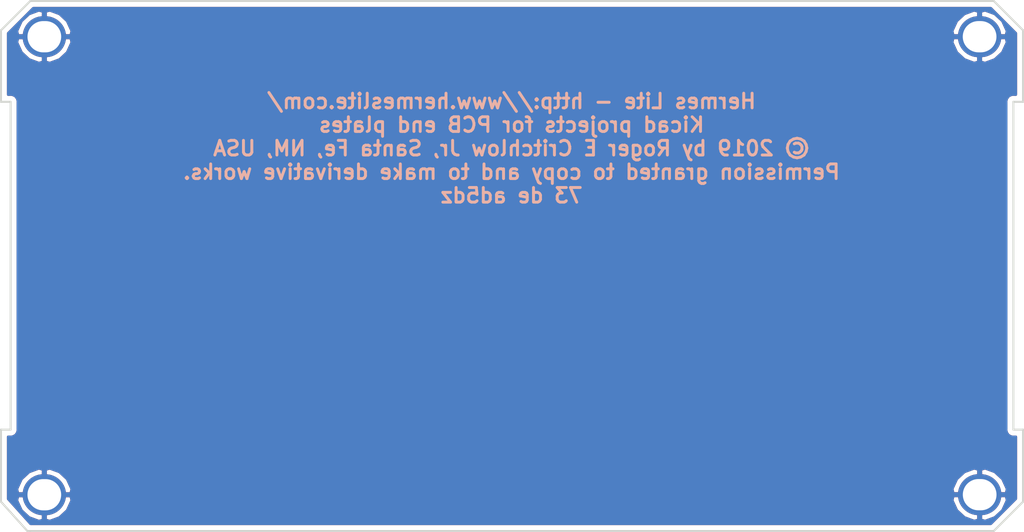
<source format=kicad_pcb>
(kicad_pcb (version 20171130) (host pcbnew 5.0.2+dfsg1-1)

  (general
    (thickness 1.6)
    (drawings 24)
    (tracks 0)
    (zones 0)
    (modules 4)
    (nets 2)
  )

  (page A4)
  (layers
    (0 F.Cu signal)
    (31 B.Cu signal)
    (32 B.Adhes user)
    (33 F.Adhes user)
    (34 B.Paste user)
    (35 F.Paste user)
    (36 B.SilkS user)
    (37 F.SilkS user)
    (38 B.Mask user)
    (39 F.Mask user)
    (40 Dwgs.User user)
    (41 Cmts.User user)
    (42 Eco1.User user)
    (43 Eco2.User user)
    (44 Edge.Cuts user)
    (45 Margin user)
    (46 B.CrtYd user)
    (47 F.CrtYd user)
    (48 B.Fab user)
    (49 F.Fab user)
  )

  (setup
    (last_trace_width 0.25)
    (trace_clearance 0.2)
    (zone_clearance 0.508)
    (zone_45_only no)
    (trace_min 0.2)
    (segment_width 0.2)
    (edge_width 0.2)
    (via_size 0.8)
    (via_drill 0.4)
    (via_min_size 0.4)
    (via_min_drill 0.3)
    (uvia_size 0.3)
    (uvia_drill 0.1)
    (uvias_allowed no)
    (uvia_min_size 0.2)
    (uvia_min_drill 0.1)
    (pcb_text_width 0.3)
    (pcb_text_size 1.5 1.5)
    (mod_edge_width 0.15)
    (mod_text_size 1 1)
    (mod_text_width 0.15)
    (pad_size 4.45 4.2)
    (pad_drill 3.45)
    (pad_to_mask_clearance 0.051)
    (solder_mask_min_width 0.25)
    (aux_axis_origin 0 0)
    (visible_elements FFFFFF7F)
    (pcbplotparams
      (layerselection 0x010fc_ffffffff)
      (usegerberextensions false)
      (usegerberattributes false)
      (usegerberadvancedattributes false)
      (creategerberjobfile false)
      (excludeedgelayer true)
      (linewidth 0.100000)
      (plotframeref false)
      (viasonmask false)
      (mode 1)
      (useauxorigin false)
      (hpglpennumber 1)
      (hpglpenspeed 20)
      (hpglpendiameter 15.000000)
      (psnegative false)
      (psa4output false)
      (plotreference true)
      (plotvalue true)
      (plotinvisibletext false)
      (padsonsilk false)
      (subtractmaskfromsilk false)
      (outputformat 1)
      (mirror false)
      (drillshape 0)
      (scaleselection 1)
      (outputdirectory "gerbers"))
  )

  (net 0 "")
  (net 1 GND)

  (net_class Default "This is the default net class."
    (clearance 0.2)
    (trace_width 0.25)
    (via_dia 0.8)
    (via_drill 0.4)
    (uvia_dia 0.3)
    (uvia_drill 0.1)
    (add_net GND)
  )

  (module hl2-panel:Oval_Mounting_Hole (layer F.Cu) (tedit 5D33CC53) (tstamp 5D3E00FC)
    (at 64.837664 144.461404)
    (path /5D313F4C)
    (fp_text reference H1 (at 0 0.5) (layer F.SilkS)
      (effects (font (size 1 1) (thickness 0.15)))
    )
    (fp_text value MountingHole_Pad (at 0 -0.5) (layer F.Fab) hide
      (effects (font (size 1 1) (thickness 0.15)))
    )
    (pad 1 thru_hole oval (at 0 0) (size 4.45 4.2) (drill oval 3.45 3.2) (layers *.Cu *.Mask)
      (net 1 GND))
  )

  (module hl2-panel:Oval_Mounting_Hole (layer F.Cu) (tedit 5D34EC98) (tstamp 5D3E0108)
    (at 64.835847 191.382711)
    (path /5D313FA0)
    (fp_text reference H4 (at 0 0.5) (layer F.SilkS)
      (effects (font (size 1 1) (thickness 0.15)))
    )
    (fp_text value MountingHole_Pad (at 0 -0.5) (layer F.Fab) hide
      (effects (font (size 1 1) (thickness 0.15)))
    )
    (pad 1 thru_hole oval (at 0 0) (size 4.45 4.2) (drill oval 3.45 3.2) (layers *.Cu *.Mask)
      (net 1 GND))
  )

  (module hl2-panel:Oval_Mounting_Hole (layer F.Cu) (tedit 5D33CC53) (tstamp 5D3E0104)
    (at 160.655625 191.376298)
    (path /5D313F82)
    (fp_text reference H3 (at 0 0.5) (layer F.SilkS)
      (effects (font (size 1 1) (thickness 0.15)))
    )
    (fp_text value MountingHole_Pad (at 0 -0.5) (layer F.Fab) hide
      (effects (font (size 1 1) (thickness 0.15)))
    )
    (pad 1 thru_hole oval (at 0 0) (size 4.45 4.2) (drill oval 3.45 3.2) (layers *.Cu *.Mask)
      (net 1 GND))
  )

  (module hl2-panel:Oval_Mounting_Hole (layer F.Cu) (tedit 5D33CC53) (tstamp 5D3E0100)
    (at 160.649213 144.459694)
    (path /5D313F66)
    (fp_text reference H2 (at 0 0.5) (layer F.SilkS)
      (effects (font (size 1 1) (thickness 0.15)))
    )
    (fp_text value MountingHole_Pad (at 0 -0.5) (layer F.Fab) hide
      (effects (font (size 1 1) (thickness 0.15)))
    )
    (pad 1 thru_hole oval (at 0 0) (size 4.45 4.2) (drill oval 3.45 3.2) (layers *.Cu *.Mask)
      (net 1 GND))
  )

  (gr_text "Hermes Lite - http://www.hermeslite.com/\nKicad projects for PCB end plates\n© 2019 by Roger E Critchlow Jr, Santa Fe, NM, USA\nPermission granted to copy and to make derivative works.\n73 de ad5dz" (at 112.7 155.9) (layer B.SilkS)
    (effects (font (size 1.5 1.5) (thickness 0.3)) (justify mirror))
  )
  (gr_line (start 63.4 195.1) (end 63.1 195.1) (layer Edge.Cuts) (width 0.2))
  (gr_line (start 60.4 192.1) (end 63.1 195.1) (layer Edge.Cuts) (width 0.2))
  (gr_line (start 63.4 195.1) (end 162.1 195.1) (layer Edge.Cuts) (width 0.2) (tstamp 5D34D9BA))
  (gr_line (start 162.1 195.1) (end 165.1 192.1) (layer Edge.Cuts) (width 0.2))
  (gr_line (start 165.1 192.1) (end 165.1 184.714296) (layer Edge.Cuts) (width 0.2) (tstamp 5D34D91B))
  (gr_line (start 162.1 140.8) (end 165.1 143.8) (layer Edge.Cuts) (width 0.2))
  (gr_line (start 162.1 140.8) (end 63.6 140.8) (layer Edge.Cuts) (width 0.2) (tstamp 5D34D7BC))
  (gr_line (start 165.1 143.8) (end 165.1 143.8) (layer Edge.Cuts) (width 0.2) (tstamp 5D34D7A7))
  (gr_line (start 63.6 140.8) (end 63.4 140.8) (layer Edge.Cuts) (width 0.2))
  (gr_line (start 60.4 143.8) (end 63.4 140.8) (layer Edge.Cuts) (width 0.2))
  (gr_line (start 60.395554 143.8) (end 60.395554 151.13) (layer Edge.Cuts) (width 0.2) (tstamp 5D34D5E8))
  (gr_line (start 161.9885 191.381876) (end 161.9885 191.381876) (layer Dwgs.User) (width 0.2))
  (gr_line (start 161.9885 191.381876) (end 161.9885 191.381876) (layer Dwgs.User) (width 0.2))
  (gr_line (start 60.395554 184.714296) (end 60.395554 192.1) (layer Edge.Cuts) (width 0.2))
  (gr_line (start 61.383334 184.71438) (end 60.395554 184.714296) (layer Edge.Cuts) (width 0.2))
  (gr_line (start 61.383334 151.12992) (end 61.383334 184.71438) (layer Edge.Cuts) (width 0.2))
  (gr_line (start 60.395554 151.13) (end 61.383334 151.12992) (layer Edge.Cuts) (width 0.2))
  (gr_line (start 164.11222 151.12992) (end 165.1 151.13) (layer Edge.Cuts) (width 0.2))
  (gr_line (start 164.11222 184.71438) (end 164.11222 151.12992) (layer Edge.Cuts) (width 0.2))
  (gr_line (start 165.1 184.714296) (end 164.11222 184.71438) (layer Edge.Cuts) (width 0.2))
  (gr_circle (center 65.085847 191.382711) (end 66.666798 191.382711) (layer Dwgs.User) (width 0.2))
  (gr_circle (center 160.399213 144.459694) (end 161.980964 144.459694) (layer Dwgs.User) (width 0.2))
  (gr_line (start 165.1 151.13) (end 165.1 143.8) (layer Edge.Cuts) (width 0.2))

  (zone (net 1) (net_name GND) (layer B.Cu) (tstamp 5D34F2ED) (hatch edge 0.508)
    (connect_pads (clearance 0.508))
    (min_thickness 0.254)
    (fill yes (arc_segments 16) (thermal_gap 0.508) (thermal_bridge_width 0.508))
    (polygon
      (pts
        (xy 63.7 141.2) (xy 162 141.1) (xy 164.8 143.9) (xy 164.8 150.8) (xy 163.8 150.8)
        (xy 163.8 185) (xy 164.8 185) (xy 164.8 192) (xy 162 194.8) (xy 63.2 194.8)
        (xy 60.7 192) (xy 60.7 185) (xy 61.7 185) (xy 61.7 150.8) (xy 60.7 150.8)
        (xy 60.7 143.9) (xy 63.4 141.2)
      )
    )
    (filled_polygon
      (pts
        (xy 164.365001 144.104448) (xy 164.365 150.394941) (xy 164.184642 150.394927) (xy 164.11222 150.380521) (xy 163.960774 150.410646)
        (xy 163.825494 150.437543) (xy 163.825469 150.43756) (xy 163.825438 150.437566) (xy 163.701861 150.520137) (xy 163.582358 150.599973)
        (xy 163.582341 150.599998) (xy 163.582316 150.600015) (xy 163.502504 150.719463) (xy 163.41989 150.843081) (xy 163.419884 150.843112)
        (xy 163.419867 150.843137) (xy 163.391528 150.985607) (xy 163.362822 151.12986) (xy 163.377221 151.202279) (xy 163.37722 184.642027)
        (xy 163.362822 184.714443) (xy 163.38969 184.849457) (xy 163.419866 185.001162) (xy 163.419885 185.00119) (xy 163.419891 185.001221)
        (xy 163.497086 185.11673) (xy 163.582315 185.244285) (xy 163.582344 185.244304) (xy 163.582361 185.24433) (xy 163.699183 185.322374)
        (xy 163.825437 185.406734) (xy 163.82547 185.406741) (xy 163.825496 185.406758) (xy 163.965004 185.434496) (xy 164.11222 185.463779)
        (xy 164.18464 185.449374) (xy 164.365001 185.449358) (xy 164.365 191.795553) (xy 161.795554 194.365) (xy 63.427342 194.365)
        (xy 61.240822 191.935534) (xy 62.0323 191.935534) (xy 62.050994 192.019229) (xy 62.497048 192.988659) (xy 63.280133 193.713598)
        (xy 64.281031 194.08368) (xy 64.708847 193.958915) (xy 64.708847 191.509711) (xy 64.962847 191.509711) (xy 64.962847 193.958915)
        (xy 65.390663 194.08368) (xy 66.391561 193.713598) (xy 67.174646 192.988659) (xy 67.6207 192.019229) (xy 67.639394 191.935534)
        (xy 67.637807 191.929121) (xy 157.852078 191.929121) (xy 157.870772 192.012816) (xy 158.316826 192.982246) (xy 159.099911 193.707185)
        (xy 160.100809 194.077267) (xy 160.528625 193.952502) (xy 160.528625 191.503298) (xy 160.782625 191.503298) (xy 160.782625 193.952502)
        (xy 161.210441 194.077267) (xy 162.211339 193.707185) (xy 162.994424 192.982246) (xy 163.440478 192.012816) (xy 163.459172 191.929121)
        (xy 163.353743 191.503298) (xy 160.782625 191.503298) (xy 160.528625 191.503298) (xy 157.957507 191.503298) (xy 157.852078 191.929121)
        (xy 67.637807 191.929121) (xy 67.533965 191.509711) (xy 64.962847 191.509711) (xy 64.708847 191.509711) (xy 62.137729 191.509711)
        (xy 62.0323 191.935534) (xy 61.240822 191.935534) (xy 61.130554 191.813015) (xy 61.130554 190.829888) (xy 62.0323 190.829888)
        (xy 62.137729 191.255711) (xy 64.708847 191.255711) (xy 64.708847 188.806507) (xy 64.962847 188.806507) (xy 64.962847 191.255711)
        (xy 67.533965 191.255711) (xy 67.639394 190.829888) (xy 67.637962 190.823475) (xy 157.852078 190.823475) (xy 157.957507 191.249298)
        (xy 160.528625 191.249298) (xy 160.528625 188.800094) (xy 160.782625 188.800094) (xy 160.782625 191.249298) (xy 163.353743 191.249298)
        (xy 163.459172 190.823475) (xy 163.440478 190.73978) (xy 162.994424 189.77035) (xy 162.211339 189.045411) (xy 161.210441 188.675329)
        (xy 160.782625 188.800094) (xy 160.528625 188.800094) (xy 160.100809 188.675329) (xy 159.099911 189.045411) (xy 158.316826 189.77035)
        (xy 157.870772 190.73978) (xy 157.852078 190.823475) (xy 67.637962 190.823475) (xy 67.6207 190.746193) (xy 67.174646 189.776763)
        (xy 66.391561 189.051824) (xy 65.390663 188.681742) (xy 64.962847 188.806507) (xy 64.708847 188.806507) (xy 64.281031 188.681742)
        (xy 63.280133 189.051824) (xy 62.497048 189.776763) (xy 62.050994 190.746193) (xy 62.0323 190.829888) (xy 61.130554 190.829888)
        (xy 61.130554 185.449358) (xy 61.310914 185.449374) (xy 61.383334 185.463779) (xy 61.53055 185.434496) (xy 61.670058 185.406758)
        (xy 61.670084 185.406741) (xy 61.670117 185.406734) (xy 61.796371 185.322374) (xy 61.913193 185.24433) (xy 61.91321 185.244304)
        (xy 61.913239 185.244285) (xy 62.000387 185.113859) (xy 62.075663 185.001221) (xy 62.075669 185.001192) (xy 62.075688 185.001163)
        (xy 62.106317 184.847181) (xy 62.132732 184.714443) (xy 62.118334 184.642027) (xy 62.118334 151.202274) (xy 62.132732 151.12986)
        (xy 62.106417 150.997624) (xy 62.075688 150.843137) (xy 62.07567 150.84311) (xy 62.075664 150.843081) (xy 61.99878 150.728037)
        (xy 61.913239 150.600015) (xy 61.913212 150.599997) (xy 61.913196 150.599973) (xy 61.796675 150.52213) (xy 61.670116 150.437566)
        (xy 61.670085 150.43756) (xy 61.67006 150.437543) (xy 61.53478 150.410646) (xy 61.383334 150.380521) (xy 61.310912 150.394927)
        (xy 61.130554 150.394941) (xy 61.130554 145.014227) (xy 62.034117 145.014227) (xy 62.052811 145.097922) (xy 62.498865 146.067352)
        (xy 63.28195 146.792291) (xy 64.282848 147.162373) (xy 64.710664 147.037608) (xy 64.710664 144.588404) (xy 64.964664 144.588404)
        (xy 64.964664 147.037608) (xy 65.39248 147.162373) (xy 66.393378 146.792291) (xy 67.176463 146.067352) (xy 67.622517 145.097922)
        (xy 67.641211 145.014227) (xy 67.640788 145.012517) (xy 157.845666 145.012517) (xy 157.86436 145.096212) (xy 158.310414 146.065642)
        (xy 159.093499 146.790581) (xy 160.094397 147.160663) (xy 160.522213 147.035898) (xy 160.522213 144.586694) (xy 160.776213 144.586694)
        (xy 160.776213 147.035898) (xy 161.204029 147.160663) (xy 162.204927 146.790581) (xy 162.988012 146.065642) (xy 163.434066 145.096212)
        (xy 163.45276 145.012517) (xy 163.347331 144.586694) (xy 160.776213 144.586694) (xy 160.522213 144.586694) (xy 157.951095 144.586694)
        (xy 157.845666 145.012517) (xy 67.640788 145.012517) (xy 67.535782 144.588404) (xy 64.964664 144.588404) (xy 64.710664 144.588404)
        (xy 62.139546 144.588404) (xy 62.034117 145.014227) (xy 61.130554 145.014227) (xy 61.130554 144.108892) (xy 61.330865 143.908581)
        (xy 62.034117 143.908581) (xy 62.139546 144.334404) (xy 64.710664 144.334404) (xy 64.710664 141.8852) (xy 64.964664 141.8852)
        (xy 64.964664 144.334404) (xy 67.535782 144.334404) (xy 67.641211 143.908581) (xy 67.64083 143.906871) (xy 157.845666 143.906871)
        (xy 157.951095 144.332694) (xy 160.522213 144.332694) (xy 160.522213 141.88349) (xy 160.776213 141.88349) (xy 160.776213 144.332694)
        (xy 163.347331 144.332694) (xy 163.45276 143.906871) (xy 163.434066 143.823176) (xy 162.988012 142.853746) (xy 162.204927 142.128807)
        (xy 161.204029 141.758725) (xy 160.776213 141.88349) (xy 160.522213 141.88349) (xy 160.094397 141.758725) (xy 159.093499 142.128807)
        (xy 158.310414 142.853746) (xy 157.86436 143.823176) (xy 157.845666 143.906871) (xy 67.64083 143.906871) (xy 67.622517 143.824886)
        (xy 67.176463 142.855456) (xy 66.393378 142.130517) (xy 65.39248 141.760435) (xy 64.964664 141.8852) (xy 64.710664 141.8852)
        (xy 64.282848 141.760435) (xy 63.28195 142.130517) (xy 62.498865 142.855456) (xy 62.052811 143.824886) (xy 62.034117 143.908581)
        (xy 61.330865 143.908581) (xy 63.704447 141.535) (xy 161.795554 141.535)
      )
    )
  )
  (zone (net 1) (net_name GND) (layer F.Cu) (tstamp 5D34F2EA) (hatch edge 0.508)
    (connect_pads (clearance 0.508))
    (min_thickness 0.254)
    (fill yes (arc_segments 16) (thermal_gap 0.508) (thermal_bridge_width 0.508))
    (polygon
      (pts
        (xy 63.7 141.2) (xy 162 141.1) (xy 164.8 143.9) (xy 164.8 150.8) (xy 163.8 150.8)
        (xy 163.8 185) (xy 164.8 185) (xy 164.8 192) (xy 162 194.8) (xy 63.2 194.8)
        (xy 60.7 192) (xy 60.7 185) (xy 61.7 185) (xy 61.7 150.8) (xy 60.7 150.8)
        (xy 60.7 143.9) (xy 63.4 141.2)
      )
    )
    (filled_polygon
      (pts
        (xy 164.365001 144.104448) (xy 164.365 150.394941) (xy 164.184642 150.394927) (xy 164.11222 150.380521) (xy 163.960774 150.410646)
        (xy 163.825494 150.437543) (xy 163.825469 150.43756) (xy 163.825438 150.437566) (xy 163.701861 150.520137) (xy 163.582358 150.599973)
        (xy 163.582341 150.599998) (xy 163.582316 150.600015) (xy 163.502504 150.719463) (xy 163.41989 150.843081) (xy 163.419884 150.843112)
        (xy 163.419867 150.843137) (xy 163.391528 150.985607) (xy 163.362822 151.12986) (xy 163.377221 151.202279) (xy 163.37722 184.642027)
        (xy 163.362822 184.714443) (xy 163.38969 184.849457) (xy 163.419866 185.001162) (xy 163.419885 185.00119) (xy 163.419891 185.001221)
        (xy 163.497086 185.11673) (xy 163.582315 185.244285) (xy 163.582344 185.244304) (xy 163.582361 185.24433) (xy 163.699183 185.322374)
        (xy 163.825437 185.406734) (xy 163.82547 185.406741) (xy 163.825496 185.406758) (xy 163.965004 185.434496) (xy 164.11222 185.463779)
        (xy 164.18464 185.449374) (xy 164.365001 185.449358) (xy 164.365 191.795553) (xy 161.795554 194.365) (xy 63.427342 194.365)
        (xy 61.240822 191.935534) (xy 62.0323 191.935534) (xy 62.050994 192.019229) (xy 62.497048 192.988659) (xy 63.280133 193.713598)
        (xy 64.281031 194.08368) (xy 64.708847 193.958915) (xy 64.708847 191.509711) (xy 64.962847 191.509711) (xy 64.962847 193.958915)
        (xy 65.390663 194.08368) (xy 66.391561 193.713598) (xy 67.174646 192.988659) (xy 67.6207 192.019229) (xy 67.639394 191.935534)
        (xy 67.637807 191.929121) (xy 157.852078 191.929121) (xy 157.870772 192.012816) (xy 158.316826 192.982246) (xy 159.099911 193.707185)
        (xy 160.100809 194.077267) (xy 160.528625 193.952502) (xy 160.528625 191.503298) (xy 160.782625 191.503298) (xy 160.782625 193.952502)
        (xy 161.210441 194.077267) (xy 162.211339 193.707185) (xy 162.994424 192.982246) (xy 163.440478 192.012816) (xy 163.459172 191.929121)
        (xy 163.353743 191.503298) (xy 160.782625 191.503298) (xy 160.528625 191.503298) (xy 157.957507 191.503298) (xy 157.852078 191.929121)
        (xy 67.637807 191.929121) (xy 67.533965 191.509711) (xy 64.962847 191.509711) (xy 64.708847 191.509711) (xy 62.137729 191.509711)
        (xy 62.0323 191.935534) (xy 61.240822 191.935534) (xy 61.130554 191.813015) (xy 61.130554 190.829888) (xy 62.0323 190.829888)
        (xy 62.137729 191.255711) (xy 64.708847 191.255711) (xy 64.708847 188.806507) (xy 64.962847 188.806507) (xy 64.962847 191.255711)
        (xy 67.533965 191.255711) (xy 67.639394 190.829888) (xy 67.637962 190.823475) (xy 157.852078 190.823475) (xy 157.957507 191.249298)
        (xy 160.528625 191.249298) (xy 160.528625 188.800094) (xy 160.782625 188.800094) (xy 160.782625 191.249298) (xy 163.353743 191.249298)
        (xy 163.459172 190.823475) (xy 163.440478 190.73978) (xy 162.994424 189.77035) (xy 162.211339 189.045411) (xy 161.210441 188.675329)
        (xy 160.782625 188.800094) (xy 160.528625 188.800094) (xy 160.100809 188.675329) (xy 159.099911 189.045411) (xy 158.316826 189.77035)
        (xy 157.870772 190.73978) (xy 157.852078 190.823475) (xy 67.637962 190.823475) (xy 67.6207 190.746193) (xy 67.174646 189.776763)
        (xy 66.391561 189.051824) (xy 65.390663 188.681742) (xy 64.962847 188.806507) (xy 64.708847 188.806507) (xy 64.281031 188.681742)
        (xy 63.280133 189.051824) (xy 62.497048 189.776763) (xy 62.050994 190.746193) (xy 62.0323 190.829888) (xy 61.130554 190.829888)
        (xy 61.130554 185.449358) (xy 61.310914 185.449374) (xy 61.383334 185.463779) (xy 61.53055 185.434496) (xy 61.670058 185.406758)
        (xy 61.670084 185.406741) (xy 61.670117 185.406734) (xy 61.796371 185.322374) (xy 61.913193 185.24433) (xy 61.91321 185.244304)
        (xy 61.913239 185.244285) (xy 62.000387 185.113859) (xy 62.075663 185.001221) (xy 62.075669 185.001192) (xy 62.075688 185.001163)
        (xy 62.106317 184.847181) (xy 62.132732 184.714443) (xy 62.118334 184.642027) (xy 62.118334 151.202274) (xy 62.132732 151.12986)
        (xy 62.106417 150.997624) (xy 62.075688 150.843137) (xy 62.07567 150.84311) (xy 62.075664 150.843081) (xy 61.99878 150.728037)
        (xy 61.913239 150.600015) (xy 61.913212 150.599997) (xy 61.913196 150.599973) (xy 61.796675 150.52213) (xy 61.670116 150.437566)
        (xy 61.670085 150.43756) (xy 61.67006 150.437543) (xy 61.53478 150.410646) (xy 61.383334 150.380521) (xy 61.310912 150.394927)
        (xy 61.130554 150.394941) (xy 61.130554 145.014227) (xy 62.034117 145.014227) (xy 62.052811 145.097922) (xy 62.498865 146.067352)
        (xy 63.28195 146.792291) (xy 64.282848 147.162373) (xy 64.710664 147.037608) (xy 64.710664 144.588404) (xy 64.964664 144.588404)
        (xy 64.964664 147.037608) (xy 65.39248 147.162373) (xy 66.393378 146.792291) (xy 67.176463 146.067352) (xy 67.622517 145.097922)
        (xy 67.641211 145.014227) (xy 67.640788 145.012517) (xy 157.845666 145.012517) (xy 157.86436 145.096212) (xy 158.310414 146.065642)
        (xy 159.093499 146.790581) (xy 160.094397 147.160663) (xy 160.522213 147.035898) (xy 160.522213 144.586694) (xy 160.776213 144.586694)
        (xy 160.776213 147.035898) (xy 161.204029 147.160663) (xy 162.204927 146.790581) (xy 162.988012 146.065642) (xy 163.434066 145.096212)
        (xy 163.45276 145.012517) (xy 163.347331 144.586694) (xy 160.776213 144.586694) (xy 160.522213 144.586694) (xy 157.951095 144.586694)
        (xy 157.845666 145.012517) (xy 67.640788 145.012517) (xy 67.535782 144.588404) (xy 64.964664 144.588404) (xy 64.710664 144.588404)
        (xy 62.139546 144.588404) (xy 62.034117 145.014227) (xy 61.130554 145.014227) (xy 61.130554 144.108892) (xy 61.330865 143.908581)
        (xy 62.034117 143.908581) (xy 62.139546 144.334404) (xy 64.710664 144.334404) (xy 64.710664 141.8852) (xy 64.964664 141.8852)
        (xy 64.964664 144.334404) (xy 67.535782 144.334404) (xy 67.641211 143.908581) (xy 67.64083 143.906871) (xy 157.845666 143.906871)
        (xy 157.951095 144.332694) (xy 160.522213 144.332694) (xy 160.522213 141.88349) (xy 160.776213 141.88349) (xy 160.776213 144.332694)
        (xy 163.347331 144.332694) (xy 163.45276 143.906871) (xy 163.434066 143.823176) (xy 162.988012 142.853746) (xy 162.204927 142.128807)
        (xy 161.204029 141.758725) (xy 160.776213 141.88349) (xy 160.522213 141.88349) (xy 160.094397 141.758725) (xy 159.093499 142.128807)
        (xy 158.310414 142.853746) (xy 157.86436 143.823176) (xy 157.845666 143.906871) (xy 67.64083 143.906871) (xy 67.622517 143.824886)
        (xy 67.176463 142.855456) (xy 66.393378 142.130517) (xy 65.39248 141.760435) (xy 64.964664 141.8852) (xy 64.710664 141.8852)
        (xy 64.282848 141.760435) (xy 63.28195 142.130517) (xy 62.498865 142.855456) (xy 62.052811 143.824886) (xy 62.034117 143.908581)
        (xy 61.330865 143.908581) (xy 63.704447 141.535) (xy 161.795554 141.535)
      )
    )
  )
)

</source>
